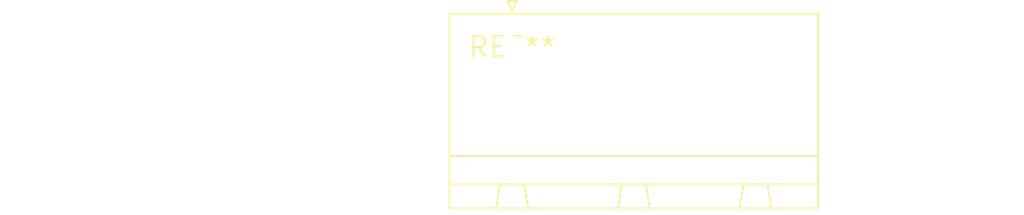
<source format=kicad_pcb>
(kicad_pcb (version 20240108) (generator pcbnew)
  (layers (0 "F.Cu" signal) (31 "B.Cu" signal) (34 "B.Paste" user) (35 "F.Paste" user) (36 "B.SilkS" user "B.Silkscreen") (37 "F.SilkS" user "F.Silkscreen") (38 "B.Mask" user) (39 "F.Mask" user) (44 "Edge.Cuts" user))
  (net 0 "")
  (footprint "PhoenixContact_GMSTBA_2,5_3-G-7,62_1x03_P7.62mm_Horizontal" (layer "F.Cu") (at 0 0)
    (property "Reference" "REF**")
    (property "Value" "PhoenixContact_GMSTBA_2,5_3-G-7,62_1x03_P7.62mm_Horizontal")
    (fp_line (start -3.92 -2.11) (end -3.92 10.11) (layer "F.SilkS") (stroke (width 0.12)))
    (fp_line (start -3.92 6.81) (end 19.16 6.81) (layer "F.SilkS") (stroke (width 0.12)))
    (fp_line (start -3.92 8.61) (end -3.92 6.81) (layer "F.SilkS") (stroke (width 0.12)))
    (fp_line (start -3.92 10.11) (end 19.16 10.11) (layer "F.SilkS") (stroke (width 0.12)))
    (fp_line (start -1 10.11) (end 1 10.11) (layer "F.SilkS") (stroke (width 0.12)))
    (fp_line (start -0.75 8.61) (end -1 10.11) (layer "F.SilkS") (stroke (width 0.12)))
    (fp_line (start -0.3 -2.91) (end 0.3 -2.91) (layer "F.SilkS") (stroke (width 0.12)))
    (fp_line (start 0 -2.31) (end -0.3 -2.91) (layer "F.SilkS") (stroke (width 0.12)))
    (fp_line (start 0.3 -2.91) (end 0 -2.31) (layer "F.SilkS") (stroke (width 0.12)))
    (fp_line (start 0.75 8.61) (end -0.75 8.61) (layer "F.SilkS") (stroke (width 0.12)))
    (fp_line (start 1 10.11) (end 0.75 8.61) (layer "F.SilkS") (stroke (width 0.12)))
    (fp_line (start 6.62 10.11) (end 8.62 10.11) (layer "F.SilkS") (stroke (width 0.12)))
    (fp_line (start 6.87 8.61) (end 6.62 10.11) (layer "F.SilkS") (stroke (width 0.12)))
    (fp_line (start 8.37 8.61) (end 6.87 8.61) (layer "F.SilkS") (stroke (width 0.12)))
    (fp_line (start 8.62 10.11) (end 8.37 8.61) (layer "F.SilkS") (stroke (width 0.12)))
    (fp_line (start 14.24 10.11) (end 16.24 10.11) (layer "F.SilkS") (stroke (width 0.12)))
    (fp_line (start 14.49 8.61) (end 14.24 10.11) (layer "F.SilkS") (stroke (width 0.12)))
    (fp_line (start 15.99 8.61) (end 14.49 8.61) (layer "F.SilkS") (stroke (width 0.12)))
    (fp_line (start 16.24 10.11) (end 15.99 8.61) (layer "F.SilkS") (stroke (width 0.12)))
    (fp_line (start 19.16 -2.11) (end -3.92 -2.11) (layer "F.SilkS") (stroke (width 0.12)))
    (fp_line (start 19.16 6.81) (end 19.16 8.61) (layer "F.SilkS") (stroke (width 0.12)))
    (fp_line (start 19.16 8.61) (end -3.92 8.61) (layer "F.SilkS") (stroke (width 0.12)))
    (fp_line (start 19.16 10.11) (end 19.16 -2.11) (layer "F.SilkS") (stroke (width 0.12)))
    (pad "1" thru_hole roundrect (at 0 0) (size 2.1 3.6) (drill 1.4) (layers *.Cu *.Mask) (remove_unused_layers) (roundrect_rratio 0.119048))
    (pad "2" thru_hole oval (at 7.62 0) (size 2.1 3.6) (drill 1.4) (layers *.Cu *.Mask) (remove_unused_layers))
    (pad "3" thru_hole oval (at 15.24 0) (size 2.1 3.6) (drill 1.4) (layers *.Cu *.Mask) (remove_unused_layers))
  )
)
</source>
